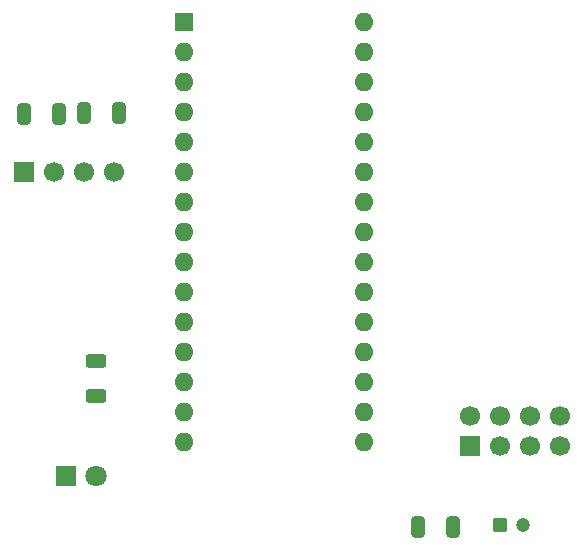
<source format=gbr>
%TF.GenerationSoftware,KiCad,Pcbnew,9.0.5*%
%TF.CreationDate,2025-11-11T16:31:38-05:00*%
%TF.ProjectId,Base_station_PCB_V0.3.1,42617365-5f73-4746-9174-696f6e5f5043,rev?*%
%TF.SameCoordinates,Original*%
%TF.FileFunction,Soldermask,Top*%
%TF.FilePolarity,Negative*%
%FSLAX46Y46*%
G04 Gerber Fmt 4.6, Leading zero omitted, Abs format (unit mm)*
G04 Created by KiCad (PCBNEW 9.0.5) date 2025-11-11 16:31:38*
%MOMM*%
%LPD*%
G01*
G04 APERTURE LIST*
G04 Aperture macros list*
%AMRoundRect*
0 Rectangle with rounded corners*
0 $1 Rounding radius*
0 $2 $3 $4 $5 $6 $7 $8 $9 X,Y pos of 4 corners*
0 Add a 4 corners polygon primitive as box body*
4,1,4,$2,$3,$4,$5,$6,$7,$8,$9,$2,$3,0*
0 Add four circle primitives for the rounded corners*
1,1,$1+$1,$2,$3*
1,1,$1+$1,$4,$5*
1,1,$1+$1,$6,$7*
1,1,$1+$1,$8,$9*
0 Add four rect primitives between the rounded corners*
20,1,$1+$1,$2,$3,$4,$5,0*
20,1,$1+$1,$4,$5,$6,$7,0*
20,1,$1+$1,$6,$7,$8,$9,0*
20,1,$1+$1,$8,$9,$2,$3,0*%
G04 Aperture macros list end*
%ADD10RoundRect,0.250000X0.625000X-0.312500X0.625000X0.312500X-0.625000X0.312500X-0.625000X-0.312500X0*%
%ADD11R,1.800000X1.800000*%
%ADD12C,1.800000*%
%ADD13R,1.700000X1.700000*%
%ADD14C,1.700000*%
%ADD15RoundRect,0.250000X-0.350000X-0.350000X0.350000X-0.350000X0.350000X0.350000X-0.350000X0.350000X0*%
%ADD16C,1.200000*%
%ADD17RoundRect,0.250000X-0.325000X-0.650000X0.325000X-0.650000X0.325000X0.650000X-0.325000X0.650000X0*%
%ADD18RoundRect,0.250000X0.325000X0.650000X-0.325000X0.650000X-0.325000X-0.650000X0.325000X-0.650000X0*%
%ADD19R,1.600000X1.600000*%
%ADD20O,1.600000X1.600000*%
G04 APERTURE END LIST*
D10*
%TO.C,R1*%
X100160000Y-101072500D03*
X100160000Y-98147500D03*
%TD*%
D11*
%TO.C,D1*%
X97620000Y-107890000D03*
D12*
X100160000Y-107890000D03*
%TD*%
D13*
%TO.C,U1*%
X131850000Y-105280000D03*
D14*
X131850000Y-102740000D03*
X134390000Y-105280000D03*
X134390000Y-102740000D03*
X136930000Y-105280000D03*
X136930000Y-102740000D03*
X139470000Y-105280000D03*
X139470000Y-102740000D03*
%TD*%
D13*
%TO.C,J1*%
X94090000Y-82130000D03*
D14*
X96630000Y-82130000D03*
X99170000Y-82130000D03*
X101710000Y-82130000D03*
%TD*%
D15*
%TO.C,C5*%
X134360000Y-112010000D03*
D16*
X136360000Y-112010000D03*
%TD*%
D17*
%TO.C,C3*%
X127490000Y-112190000D03*
X130440000Y-112190000D03*
%TD*%
D18*
%TO.C,C2*%
X102115000Y-77160000D03*
X99165000Y-77160000D03*
%TD*%
D17*
%TO.C,C1*%
X94075000Y-77190000D03*
X97025000Y-77190000D03*
%TD*%
D19*
%TO.C,Ardunio Nano*%
X107680000Y-69430000D03*
D20*
X107680000Y-71970000D03*
X107680000Y-74510000D03*
X107680000Y-77050000D03*
X107680000Y-79590000D03*
X107680000Y-82130000D03*
X107680000Y-84670000D03*
X107680000Y-87210000D03*
X107680000Y-89750000D03*
X107680000Y-92290000D03*
X107680000Y-94830000D03*
X107680000Y-97370000D03*
X107680000Y-99910000D03*
X107680000Y-102450000D03*
X107680000Y-104990000D03*
X122920000Y-104990000D03*
X122920000Y-102450000D03*
X122920000Y-99910000D03*
X122920000Y-97370000D03*
X122920000Y-94830000D03*
X122920000Y-92290000D03*
X122920000Y-89750000D03*
X122920000Y-87210000D03*
X122920000Y-84670000D03*
X122920000Y-82130000D03*
X122920000Y-79590000D03*
X122920000Y-77050000D03*
X122920000Y-74510000D03*
X122920000Y-71970000D03*
X122920000Y-69430000D03*
%TD*%
M02*

</source>
